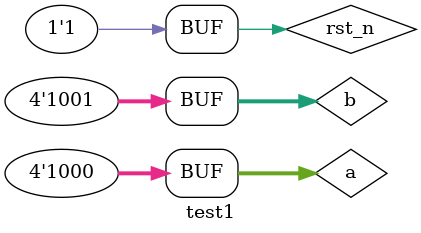
<source format=v>
`timescale 1ns / 1ps

module test1();
    reg [3:0] a;
    reg [3:0] b;
    reg rst_n;
    wire [3:0] bcd1;
    wire [3:0] bcd2;
    
    initial begin
        rst_n=1;
        a=4'b1011;
        b=4'b1001;
        #20
        a=4'b1111;
        b=4'b1111;
        rst_n=0;
        #10
        rst_n=1;
        #20
        a=4'b1000;
        b=4'b1001;
    end

    adder_bcd test(
        .a(a),
        .b(b),
        .rst_n(rst_n),
        .bcd1(bcd1),
        .bcd2(bcd2)
    );
endmodule

</source>
